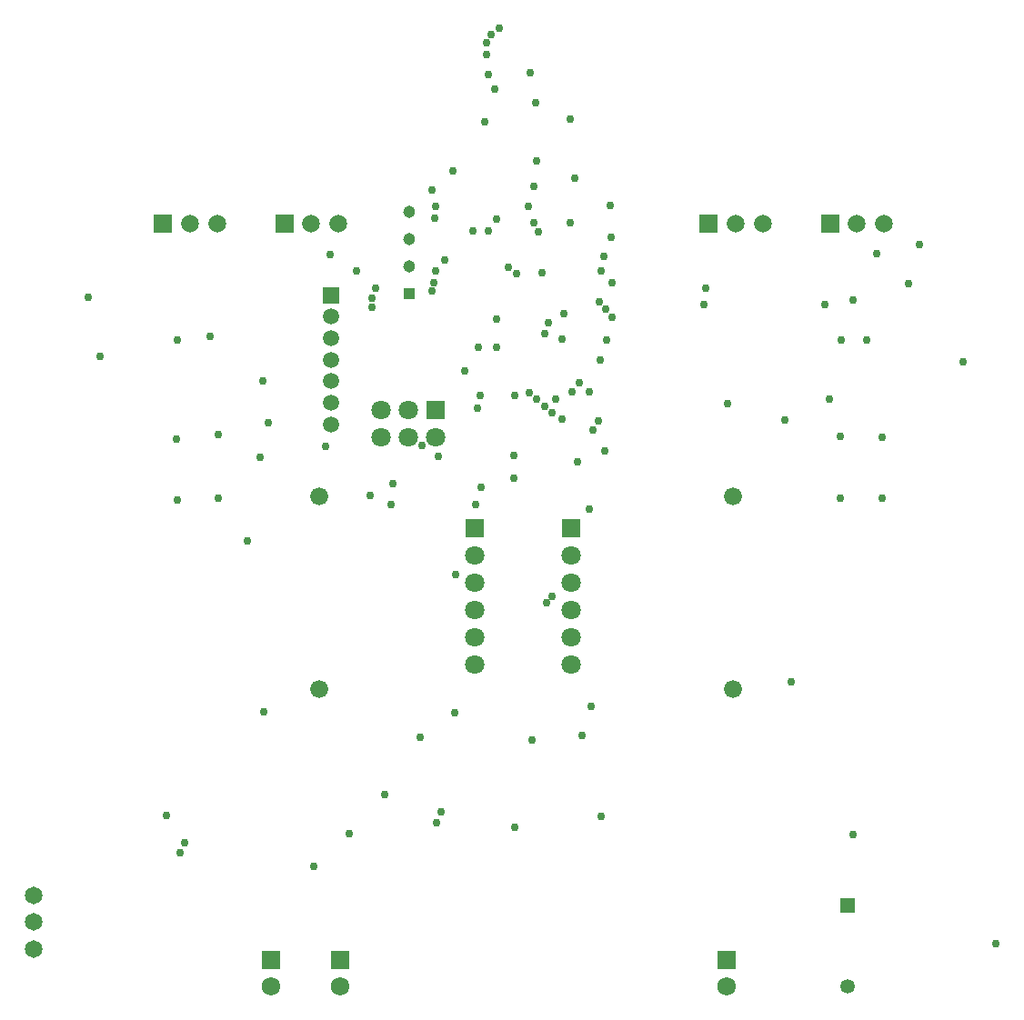
<source format=gbs>
G04*
G04 #@! TF.GenerationSoftware,Altium Limited,Altium Designer,22.1.2 (22)*
G04*
G04 Layer_Color=16711935*
%FSLAX44Y44*%
%MOMM*%
G71*
G04*
G04 #@! TF.SameCoordinates,E4277ABF-2EF0-4229-B20A-5B57AAE43606*
G04*
G04*
G04 #@! TF.FilePolarity,Negative*
G04*
G01*
G75*
%ADD82C,1.6580*%
%ADD83R,1.6580X1.6580*%
%ADD84C,1.7250*%
%ADD85R,1.7250X1.7250*%
%ADD86R,1.8000X1.8000*%
%ADD87C,1.8000*%
%ADD88C,1.3500*%
%ADD89R,1.3500X1.3500*%
%ADD90R,1.5000X1.5000*%
%ADD91C,1.5000*%
%ADD92C,1.6500*%
%ADD93R,1.8000X1.8000*%
%ADD94R,1.1350X1.1350*%
%ADD95C,1.1350*%
%ADD96C,1.6740*%
%ADD97C,0.7500*%
D82*
X333022Y-356000D02*
D03*
X308023D02*
D03*
X220000D02*
D03*
X195000D02*
D03*
X-174978D02*
D03*
X-199977D02*
D03*
X-288000D02*
D03*
X-313000D02*
D03*
D83*
X283022D02*
D03*
X170000D02*
D03*
X-224977D02*
D03*
X-338000D02*
D03*
D84*
X-173000Y-1066650D02*
D03*
X186250D02*
D03*
X-237977D02*
D03*
D85*
X-173000Y-1041650D02*
D03*
X186250D02*
D03*
X-237977D02*
D03*
D86*
X42000Y-640200D02*
D03*
X-48000D02*
D03*
D87*
X42000Y-665600D02*
D03*
Y-691000D02*
D03*
Y-716400D02*
D03*
Y-741800D02*
D03*
Y-767200D02*
D03*
X-48000Y-665600D02*
D03*
Y-691000D02*
D03*
Y-716400D02*
D03*
Y-741800D02*
D03*
Y-767200D02*
D03*
X-84600Y-555000D02*
D03*
X-110000Y-529600D02*
D03*
Y-555000D02*
D03*
X-135400Y-529600D02*
D03*
Y-555000D02*
D03*
D88*
X299000Y-1067000D02*
D03*
D89*
Y-991000D02*
D03*
D90*
X-182000Y-423000D02*
D03*
D91*
Y-443000D02*
D03*
Y-463000D02*
D03*
Y-483000D02*
D03*
Y-503000D02*
D03*
Y-523000D02*
D03*
Y-543000D02*
D03*
D92*
X-459000Y-1031500D02*
D03*
Y-1006500D02*
D03*
Y-981500D02*
D03*
D93*
X-84600Y-529600D02*
D03*
D94*
X-109000Y-421800D02*
D03*
D95*
Y-396400D02*
D03*
Y-371000D02*
D03*
Y-345600D02*
D03*
D96*
X-192500Y-610000D02*
D03*
Y-790000D02*
D03*
X192500D02*
D03*
Y-610000D02*
D03*
D97*
X-248000Y-574000D02*
D03*
X-28000Y-445000D02*
D03*
X-45000Y-471000D02*
D03*
X-88000Y-419000D02*
D03*
X17000Y-526000D02*
D03*
X3000Y-514000D02*
D03*
X-11000Y-516000D02*
D03*
X-76000Y-390000D02*
D03*
X-84000Y-400000D02*
D03*
X-86000Y-411000D02*
D03*
X-140648Y-416352D02*
D03*
X-144000Y-434000D02*
D03*
Y-426000D02*
D03*
X-158000Y-400000D02*
D03*
X-183000Y-385000D02*
D03*
X-124000Y-598000D02*
D03*
X-97000Y-563000D02*
D03*
X67620Y-429419D02*
D03*
X74000Y-436000D02*
D03*
X79970Y-443599D02*
D03*
X-244000Y-811000D02*
D03*
X304000Y-427000D02*
D03*
X278158Y-431199D02*
D03*
X356000Y-412000D02*
D03*
X326000Y-384000D02*
D03*
X-132000Y-888000D02*
D03*
X-165000Y-924000D02*
D03*
X-28000Y-471000D02*
D03*
X-68000Y-307000D02*
D03*
X-187000Y-564000D02*
D03*
X304000Y-925000D02*
D03*
X166774Y-416226D02*
D03*
X70000Y-400000D02*
D03*
X80000Y-411000D02*
D03*
X72000Y-387000D02*
D03*
X79000Y-369000D02*
D03*
X78000Y-339000D02*
D03*
X6751Y-321249D02*
D03*
X45000Y-314000D02*
D03*
X15000Y-402000D02*
D03*
X35000Y-440000D02*
D03*
X7000Y-355000D02*
D03*
X2000Y-340000D02*
D03*
X-83410Y-913802D02*
D03*
X-126259Y-618000D02*
D03*
X-41961Y-601961D02*
D03*
X-12000Y-593000D02*
D03*
X331000Y-612000D02*
D03*
Y-555000D02*
D03*
X292000Y-612000D02*
D03*
X165774Y-431774D02*
D03*
X317000Y-465000D02*
D03*
X60000Y-806000D02*
D03*
X52000Y-833000D02*
D03*
X5000Y-837000D02*
D03*
X-99000Y-835000D02*
D03*
X-12000Y-572000D02*
D03*
X-66000Y-683000D02*
D03*
X-47000Y-618000D02*
D03*
X-145000Y-609000D02*
D03*
X-82000Y-573000D02*
D03*
X59000Y-622000D02*
D03*
X187000Y-524000D02*
D03*
X293000Y-465000D02*
D03*
X292000Y-554000D02*
D03*
X282000Y-520000D02*
D03*
X75000Y-465000D02*
D03*
X69000Y-483000D02*
D03*
X-294000Y-461000D02*
D03*
X-245000Y-503000D02*
D03*
X-88000Y-325000D02*
D03*
X-325000Y-614000D02*
D03*
X-287000Y-612000D02*
D03*
X-326000Y-557000D02*
D03*
X-287000Y-553000D02*
D03*
X-325000Y-465000D02*
D03*
X-240000Y-542000D02*
D03*
X-260000Y-652000D02*
D03*
X-67000Y-812000D02*
D03*
X-322000Y-942000D02*
D03*
X-335000Y-907000D02*
D03*
X-318000Y-933000D02*
D03*
X-198000Y-955000D02*
D03*
X48000Y-578000D02*
D03*
X-11000Y-918000D02*
D03*
X-45730Y-528000D02*
D03*
X-43000Y-516000D02*
D03*
X-397000Y-480000D02*
D03*
X10000Y-520000D02*
D03*
X70000Y-908000D02*
D03*
X-35000Y-363270D02*
D03*
X-28000Y-352000D02*
D03*
X-50000Y-363000D02*
D03*
X366000Y-376000D02*
D03*
X33000Y-464000D02*
D03*
X-9000Y-403000D02*
D03*
X-17000Y-397000D02*
D03*
X-85000Y-351000D02*
D03*
X-84000Y-340000D02*
D03*
X10000Y-298000D02*
D03*
X17000Y-459000D02*
D03*
X20273Y-448274D02*
D03*
X49000Y-504000D02*
D03*
X19000Y-709000D02*
D03*
X24000Y-703000D02*
D03*
X59000Y-513000D02*
D03*
X43000D02*
D03*
X73000Y-568000D02*
D03*
X33000Y-538000D02*
D03*
X-79000Y-904000D02*
D03*
X-57000Y-493000D02*
D03*
X24000Y-532000D02*
D03*
X27230Y-520000D02*
D03*
X247000Y-783000D02*
D03*
X62000Y-548000D02*
D03*
X67000Y-540000D02*
D03*
X437000Y-1027000D02*
D03*
X241000Y-539000D02*
D03*
X407000Y-485000D02*
D03*
X-408000Y-425000D02*
D03*
X-33000Y-180000D02*
D03*
X-25000Y-174000D02*
D03*
X-37000Y-199000D02*
D03*
Y-188000D02*
D03*
X-35000Y-217000D02*
D03*
X-29000Y-231000D02*
D03*
X-39000Y-261000D02*
D03*
X41000Y-259000D02*
D03*
X9000Y-244000D02*
D03*
X11000Y-364082D02*
D03*
X3270Y-215270D02*
D03*
X41000Y-355000D02*
D03*
M02*

</source>
